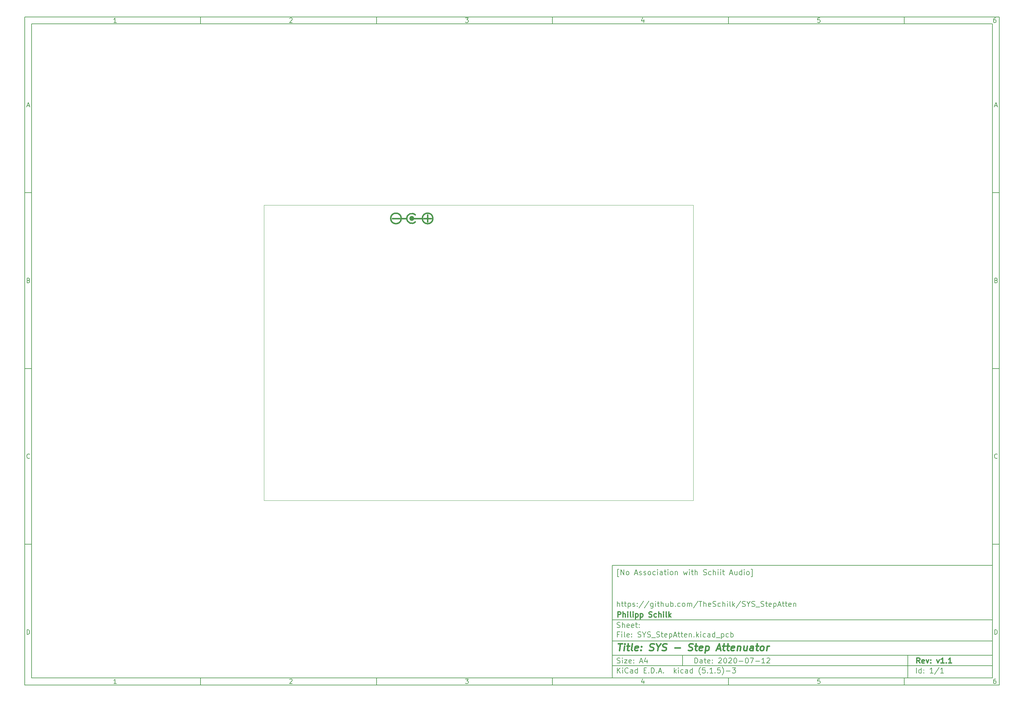
<source format=gbr>
G04 #@! TF.GenerationSoftware,KiCad,Pcbnew,(5.1.5)-3*
G04 #@! TF.CreationDate,2020-08-29T21:14:34+02:00*
G04 #@! TF.ProjectId,SYS_StepAtten,5359535f-5374-4657-9041-7474656e2e6b,v1.1*
G04 #@! TF.SameCoordinates,Original*
G04 #@! TF.FileFunction,Legend,Bot*
G04 #@! TF.FilePolarity,Positive*
%FSLAX46Y46*%
G04 Gerber Fmt 4.6, Leading zero omitted, Abs format (unit mm)*
G04 Created by KiCad (PCBNEW (5.1.5)-3) date 2020-08-29 21:14:34*
%MOMM*%
%LPD*%
G04 APERTURE LIST*
%ADD10C,0.100000*%
%ADD11C,0.150000*%
%ADD12C,0.300000*%
%ADD13C,0.400000*%
%ADD14C,0.050000*%
%ADD15C,0.120000*%
G04 APERTURE END LIST*
D10*
D11*
X177002200Y-166007200D02*
X177002200Y-198007200D01*
X285002200Y-198007200D01*
X285002200Y-166007200D01*
X177002200Y-166007200D01*
D10*
D11*
X10000000Y-10000000D02*
X10000000Y-200007200D01*
X287002200Y-200007200D01*
X287002200Y-10000000D01*
X10000000Y-10000000D01*
D10*
D11*
X12000000Y-12000000D02*
X12000000Y-198007200D01*
X285002200Y-198007200D01*
X285002200Y-12000000D01*
X12000000Y-12000000D01*
D10*
D11*
X60000000Y-12000000D02*
X60000000Y-10000000D01*
D10*
D11*
X110000000Y-12000000D02*
X110000000Y-10000000D01*
D10*
D11*
X160000000Y-12000000D02*
X160000000Y-10000000D01*
D10*
D11*
X210000000Y-12000000D02*
X210000000Y-10000000D01*
D10*
D11*
X260000000Y-12000000D02*
X260000000Y-10000000D01*
D10*
D11*
X36065476Y-11588095D02*
X35322619Y-11588095D01*
X35694047Y-11588095D02*
X35694047Y-10288095D01*
X35570238Y-10473809D01*
X35446428Y-10597619D01*
X35322619Y-10659523D01*
D10*
D11*
X85322619Y-10411904D02*
X85384523Y-10350000D01*
X85508333Y-10288095D01*
X85817857Y-10288095D01*
X85941666Y-10350000D01*
X86003571Y-10411904D01*
X86065476Y-10535714D01*
X86065476Y-10659523D01*
X86003571Y-10845238D01*
X85260714Y-11588095D01*
X86065476Y-11588095D01*
D10*
D11*
X135260714Y-10288095D02*
X136065476Y-10288095D01*
X135632142Y-10783333D01*
X135817857Y-10783333D01*
X135941666Y-10845238D01*
X136003571Y-10907142D01*
X136065476Y-11030952D01*
X136065476Y-11340476D01*
X136003571Y-11464285D01*
X135941666Y-11526190D01*
X135817857Y-11588095D01*
X135446428Y-11588095D01*
X135322619Y-11526190D01*
X135260714Y-11464285D01*
D10*
D11*
X185941666Y-10721428D02*
X185941666Y-11588095D01*
X185632142Y-10226190D02*
X185322619Y-11154761D01*
X186127380Y-11154761D01*
D10*
D11*
X236003571Y-10288095D02*
X235384523Y-10288095D01*
X235322619Y-10907142D01*
X235384523Y-10845238D01*
X235508333Y-10783333D01*
X235817857Y-10783333D01*
X235941666Y-10845238D01*
X236003571Y-10907142D01*
X236065476Y-11030952D01*
X236065476Y-11340476D01*
X236003571Y-11464285D01*
X235941666Y-11526190D01*
X235817857Y-11588095D01*
X235508333Y-11588095D01*
X235384523Y-11526190D01*
X235322619Y-11464285D01*
D10*
D11*
X285941666Y-10288095D02*
X285694047Y-10288095D01*
X285570238Y-10350000D01*
X285508333Y-10411904D01*
X285384523Y-10597619D01*
X285322619Y-10845238D01*
X285322619Y-11340476D01*
X285384523Y-11464285D01*
X285446428Y-11526190D01*
X285570238Y-11588095D01*
X285817857Y-11588095D01*
X285941666Y-11526190D01*
X286003571Y-11464285D01*
X286065476Y-11340476D01*
X286065476Y-11030952D01*
X286003571Y-10907142D01*
X285941666Y-10845238D01*
X285817857Y-10783333D01*
X285570238Y-10783333D01*
X285446428Y-10845238D01*
X285384523Y-10907142D01*
X285322619Y-11030952D01*
D10*
D11*
X60000000Y-198007200D02*
X60000000Y-200007200D01*
D10*
D11*
X110000000Y-198007200D02*
X110000000Y-200007200D01*
D10*
D11*
X160000000Y-198007200D02*
X160000000Y-200007200D01*
D10*
D11*
X210000000Y-198007200D02*
X210000000Y-200007200D01*
D10*
D11*
X260000000Y-198007200D02*
X260000000Y-200007200D01*
D10*
D11*
X36065476Y-199595295D02*
X35322619Y-199595295D01*
X35694047Y-199595295D02*
X35694047Y-198295295D01*
X35570238Y-198481009D01*
X35446428Y-198604819D01*
X35322619Y-198666723D01*
D10*
D11*
X85322619Y-198419104D02*
X85384523Y-198357200D01*
X85508333Y-198295295D01*
X85817857Y-198295295D01*
X85941666Y-198357200D01*
X86003571Y-198419104D01*
X86065476Y-198542914D01*
X86065476Y-198666723D01*
X86003571Y-198852438D01*
X85260714Y-199595295D01*
X86065476Y-199595295D01*
D10*
D11*
X135260714Y-198295295D02*
X136065476Y-198295295D01*
X135632142Y-198790533D01*
X135817857Y-198790533D01*
X135941666Y-198852438D01*
X136003571Y-198914342D01*
X136065476Y-199038152D01*
X136065476Y-199347676D01*
X136003571Y-199471485D01*
X135941666Y-199533390D01*
X135817857Y-199595295D01*
X135446428Y-199595295D01*
X135322619Y-199533390D01*
X135260714Y-199471485D01*
D10*
D11*
X185941666Y-198728628D02*
X185941666Y-199595295D01*
X185632142Y-198233390D02*
X185322619Y-199161961D01*
X186127380Y-199161961D01*
D10*
D11*
X236003571Y-198295295D02*
X235384523Y-198295295D01*
X235322619Y-198914342D01*
X235384523Y-198852438D01*
X235508333Y-198790533D01*
X235817857Y-198790533D01*
X235941666Y-198852438D01*
X236003571Y-198914342D01*
X236065476Y-199038152D01*
X236065476Y-199347676D01*
X236003571Y-199471485D01*
X235941666Y-199533390D01*
X235817857Y-199595295D01*
X235508333Y-199595295D01*
X235384523Y-199533390D01*
X235322619Y-199471485D01*
D10*
D11*
X285941666Y-198295295D02*
X285694047Y-198295295D01*
X285570238Y-198357200D01*
X285508333Y-198419104D01*
X285384523Y-198604819D01*
X285322619Y-198852438D01*
X285322619Y-199347676D01*
X285384523Y-199471485D01*
X285446428Y-199533390D01*
X285570238Y-199595295D01*
X285817857Y-199595295D01*
X285941666Y-199533390D01*
X286003571Y-199471485D01*
X286065476Y-199347676D01*
X286065476Y-199038152D01*
X286003571Y-198914342D01*
X285941666Y-198852438D01*
X285817857Y-198790533D01*
X285570238Y-198790533D01*
X285446428Y-198852438D01*
X285384523Y-198914342D01*
X285322619Y-199038152D01*
D10*
D11*
X10000000Y-60000000D02*
X12000000Y-60000000D01*
D10*
D11*
X10000000Y-110000000D02*
X12000000Y-110000000D01*
D10*
D11*
X10000000Y-160000000D02*
X12000000Y-160000000D01*
D10*
D11*
X10690476Y-35216666D02*
X11309523Y-35216666D01*
X10566666Y-35588095D02*
X11000000Y-34288095D01*
X11433333Y-35588095D01*
D10*
D11*
X11092857Y-84907142D02*
X11278571Y-84969047D01*
X11340476Y-85030952D01*
X11402380Y-85154761D01*
X11402380Y-85340476D01*
X11340476Y-85464285D01*
X11278571Y-85526190D01*
X11154761Y-85588095D01*
X10659523Y-85588095D01*
X10659523Y-84288095D01*
X11092857Y-84288095D01*
X11216666Y-84350000D01*
X11278571Y-84411904D01*
X11340476Y-84535714D01*
X11340476Y-84659523D01*
X11278571Y-84783333D01*
X11216666Y-84845238D01*
X11092857Y-84907142D01*
X10659523Y-84907142D01*
D10*
D11*
X11402380Y-135464285D02*
X11340476Y-135526190D01*
X11154761Y-135588095D01*
X11030952Y-135588095D01*
X10845238Y-135526190D01*
X10721428Y-135402380D01*
X10659523Y-135278571D01*
X10597619Y-135030952D01*
X10597619Y-134845238D01*
X10659523Y-134597619D01*
X10721428Y-134473809D01*
X10845238Y-134350000D01*
X11030952Y-134288095D01*
X11154761Y-134288095D01*
X11340476Y-134350000D01*
X11402380Y-134411904D01*
D10*
D11*
X10659523Y-185588095D02*
X10659523Y-184288095D01*
X10969047Y-184288095D01*
X11154761Y-184350000D01*
X11278571Y-184473809D01*
X11340476Y-184597619D01*
X11402380Y-184845238D01*
X11402380Y-185030952D01*
X11340476Y-185278571D01*
X11278571Y-185402380D01*
X11154761Y-185526190D01*
X10969047Y-185588095D01*
X10659523Y-185588095D01*
D10*
D11*
X287002200Y-60000000D02*
X285002200Y-60000000D01*
D10*
D11*
X287002200Y-110000000D02*
X285002200Y-110000000D01*
D10*
D11*
X287002200Y-160000000D02*
X285002200Y-160000000D01*
D10*
D11*
X285692676Y-35216666D02*
X286311723Y-35216666D01*
X285568866Y-35588095D02*
X286002200Y-34288095D01*
X286435533Y-35588095D01*
D10*
D11*
X286095057Y-84907142D02*
X286280771Y-84969047D01*
X286342676Y-85030952D01*
X286404580Y-85154761D01*
X286404580Y-85340476D01*
X286342676Y-85464285D01*
X286280771Y-85526190D01*
X286156961Y-85588095D01*
X285661723Y-85588095D01*
X285661723Y-84288095D01*
X286095057Y-84288095D01*
X286218866Y-84350000D01*
X286280771Y-84411904D01*
X286342676Y-84535714D01*
X286342676Y-84659523D01*
X286280771Y-84783333D01*
X286218866Y-84845238D01*
X286095057Y-84907142D01*
X285661723Y-84907142D01*
D10*
D11*
X286404580Y-135464285D02*
X286342676Y-135526190D01*
X286156961Y-135588095D01*
X286033152Y-135588095D01*
X285847438Y-135526190D01*
X285723628Y-135402380D01*
X285661723Y-135278571D01*
X285599819Y-135030952D01*
X285599819Y-134845238D01*
X285661723Y-134597619D01*
X285723628Y-134473809D01*
X285847438Y-134350000D01*
X286033152Y-134288095D01*
X286156961Y-134288095D01*
X286342676Y-134350000D01*
X286404580Y-134411904D01*
D10*
D11*
X285661723Y-185588095D02*
X285661723Y-184288095D01*
X285971247Y-184288095D01*
X286156961Y-184350000D01*
X286280771Y-184473809D01*
X286342676Y-184597619D01*
X286404580Y-184845238D01*
X286404580Y-185030952D01*
X286342676Y-185278571D01*
X286280771Y-185402380D01*
X286156961Y-185526190D01*
X285971247Y-185588095D01*
X285661723Y-185588095D01*
D10*
D11*
X200434342Y-193785771D02*
X200434342Y-192285771D01*
X200791485Y-192285771D01*
X201005771Y-192357200D01*
X201148628Y-192500057D01*
X201220057Y-192642914D01*
X201291485Y-192928628D01*
X201291485Y-193142914D01*
X201220057Y-193428628D01*
X201148628Y-193571485D01*
X201005771Y-193714342D01*
X200791485Y-193785771D01*
X200434342Y-193785771D01*
X202577200Y-193785771D02*
X202577200Y-193000057D01*
X202505771Y-192857200D01*
X202362914Y-192785771D01*
X202077200Y-192785771D01*
X201934342Y-192857200D01*
X202577200Y-193714342D02*
X202434342Y-193785771D01*
X202077200Y-193785771D01*
X201934342Y-193714342D01*
X201862914Y-193571485D01*
X201862914Y-193428628D01*
X201934342Y-193285771D01*
X202077200Y-193214342D01*
X202434342Y-193214342D01*
X202577200Y-193142914D01*
X203077200Y-192785771D02*
X203648628Y-192785771D01*
X203291485Y-192285771D02*
X203291485Y-193571485D01*
X203362914Y-193714342D01*
X203505771Y-193785771D01*
X203648628Y-193785771D01*
X204720057Y-193714342D02*
X204577200Y-193785771D01*
X204291485Y-193785771D01*
X204148628Y-193714342D01*
X204077200Y-193571485D01*
X204077200Y-193000057D01*
X204148628Y-192857200D01*
X204291485Y-192785771D01*
X204577200Y-192785771D01*
X204720057Y-192857200D01*
X204791485Y-193000057D01*
X204791485Y-193142914D01*
X204077200Y-193285771D01*
X205434342Y-193642914D02*
X205505771Y-193714342D01*
X205434342Y-193785771D01*
X205362914Y-193714342D01*
X205434342Y-193642914D01*
X205434342Y-193785771D01*
X205434342Y-192857200D02*
X205505771Y-192928628D01*
X205434342Y-193000057D01*
X205362914Y-192928628D01*
X205434342Y-192857200D01*
X205434342Y-193000057D01*
X207220057Y-192428628D02*
X207291485Y-192357200D01*
X207434342Y-192285771D01*
X207791485Y-192285771D01*
X207934342Y-192357200D01*
X208005771Y-192428628D01*
X208077200Y-192571485D01*
X208077200Y-192714342D01*
X208005771Y-192928628D01*
X207148628Y-193785771D01*
X208077200Y-193785771D01*
X209005771Y-192285771D02*
X209148628Y-192285771D01*
X209291485Y-192357200D01*
X209362914Y-192428628D01*
X209434342Y-192571485D01*
X209505771Y-192857200D01*
X209505771Y-193214342D01*
X209434342Y-193500057D01*
X209362914Y-193642914D01*
X209291485Y-193714342D01*
X209148628Y-193785771D01*
X209005771Y-193785771D01*
X208862914Y-193714342D01*
X208791485Y-193642914D01*
X208720057Y-193500057D01*
X208648628Y-193214342D01*
X208648628Y-192857200D01*
X208720057Y-192571485D01*
X208791485Y-192428628D01*
X208862914Y-192357200D01*
X209005771Y-192285771D01*
X210077200Y-192428628D02*
X210148628Y-192357200D01*
X210291485Y-192285771D01*
X210648628Y-192285771D01*
X210791485Y-192357200D01*
X210862914Y-192428628D01*
X210934342Y-192571485D01*
X210934342Y-192714342D01*
X210862914Y-192928628D01*
X210005771Y-193785771D01*
X210934342Y-193785771D01*
X211862914Y-192285771D02*
X212005771Y-192285771D01*
X212148628Y-192357200D01*
X212220057Y-192428628D01*
X212291485Y-192571485D01*
X212362914Y-192857200D01*
X212362914Y-193214342D01*
X212291485Y-193500057D01*
X212220057Y-193642914D01*
X212148628Y-193714342D01*
X212005771Y-193785771D01*
X211862914Y-193785771D01*
X211720057Y-193714342D01*
X211648628Y-193642914D01*
X211577200Y-193500057D01*
X211505771Y-193214342D01*
X211505771Y-192857200D01*
X211577200Y-192571485D01*
X211648628Y-192428628D01*
X211720057Y-192357200D01*
X211862914Y-192285771D01*
X213005771Y-193214342D02*
X214148628Y-193214342D01*
X215148628Y-192285771D02*
X215291485Y-192285771D01*
X215434342Y-192357200D01*
X215505771Y-192428628D01*
X215577200Y-192571485D01*
X215648628Y-192857200D01*
X215648628Y-193214342D01*
X215577200Y-193500057D01*
X215505771Y-193642914D01*
X215434342Y-193714342D01*
X215291485Y-193785771D01*
X215148628Y-193785771D01*
X215005771Y-193714342D01*
X214934342Y-193642914D01*
X214862914Y-193500057D01*
X214791485Y-193214342D01*
X214791485Y-192857200D01*
X214862914Y-192571485D01*
X214934342Y-192428628D01*
X215005771Y-192357200D01*
X215148628Y-192285771D01*
X216148628Y-192285771D02*
X217148628Y-192285771D01*
X216505771Y-193785771D01*
X217720057Y-193214342D02*
X218862914Y-193214342D01*
X220362914Y-193785771D02*
X219505771Y-193785771D01*
X219934342Y-193785771D02*
X219934342Y-192285771D01*
X219791485Y-192500057D01*
X219648628Y-192642914D01*
X219505771Y-192714342D01*
X220934342Y-192428628D02*
X221005771Y-192357200D01*
X221148628Y-192285771D01*
X221505771Y-192285771D01*
X221648628Y-192357200D01*
X221720057Y-192428628D01*
X221791485Y-192571485D01*
X221791485Y-192714342D01*
X221720057Y-192928628D01*
X220862914Y-193785771D01*
X221791485Y-193785771D01*
D10*
D11*
X177002200Y-194507200D02*
X285002200Y-194507200D01*
D10*
D11*
X178434342Y-196585771D02*
X178434342Y-195085771D01*
X179291485Y-196585771D02*
X178648628Y-195728628D01*
X179291485Y-195085771D02*
X178434342Y-195942914D01*
X179934342Y-196585771D02*
X179934342Y-195585771D01*
X179934342Y-195085771D02*
X179862914Y-195157200D01*
X179934342Y-195228628D01*
X180005771Y-195157200D01*
X179934342Y-195085771D01*
X179934342Y-195228628D01*
X181505771Y-196442914D02*
X181434342Y-196514342D01*
X181220057Y-196585771D01*
X181077200Y-196585771D01*
X180862914Y-196514342D01*
X180720057Y-196371485D01*
X180648628Y-196228628D01*
X180577200Y-195942914D01*
X180577200Y-195728628D01*
X180648628Y-195442914D01*
X180720057Y-195300057D01*
X180862914Y-195157200D01*
X181077200Y-195085771D01*
X181220057Y-195085771D01*
X181434342Y-195157200D01*
X181505771Y-195228628D01*
X182791485Y-196585771D02*
X182791485Y-195800057D01*
X182720057Y-195657200D01*
X182577200Y-195585771D01*
X182291485Y-195585771D01*
X182148628Y-195657200D01*
X182791485Y-196514342D02*
X182648628Y-196585771D01*
X182291485Y-196585771D01*
X182148628Y-196514342D01*
X182077200Y-196371485D01*
X182077200Y-196228628D01*
X182148628Y-196085771D01*
X182291485Y-196014342D01*
X182648628Y-196014342D01*
X182791485Y-195942914D01*
X184148628Y-196585771D02*
X184148628Y-195085771D01*
X184148628Y-196514342D02*
X184005771Y-196585771D01*
X183720057Y-196585771D01*
X183577200Y-196514342D01*
X183505771Y-196442914D01*
X183434342Y-196300057D01*
X183434342Y-195871485D01*
X183505771Y-195728628D01*
X183577200Y-195657200D01*
X183720057Y-195585771D01*
X184005771Y-195585771D01*
X184148628Y-195657200D01*
X186005771Y-195800057D02*
X186505771Y-195800057D01*
X186720057Y-196585771D02*
X186005771Y-196585771D01*
X186005771Y-195085771D01*
X186720057Y-195085771D01*
X187362914Y-196442914D02*
X187434342Y-196514342D01*
X187362914Y-196585771D01*
X187291485Y-196514342D01*
X187362914Y-196442914D01*
X187362914Y-196585771D01*
X188077200Y-196585771D02*
X188077200Y-195085771D01*
X188434342Y-195085771D01*
X188648628Y-195157200D01*
X188791485Y-195300057D01*
X188862914Y-195442914D01*
X188934342Y-195728628D01*
X188934342Y-195942914D01*
X188862914Y-196228628D01*
X188791485Y-196371485D01*
X188648628Y-196514342D01*
X188434342Y-196585771D01*
X188077200Y-196585771D01*
X189577200Y-196442914D02*
X189648628Y-196514342D01*
X189577200Y-196585771D01*
X189505771Y-196514342D01*
X189577200Y-196442914D01*
X189577200Y-196585771D01*
X190220057Y-196157200D02*
X190934342Y-196157200D01*
X190077200Y-196585771D02*
X190577200Y-195085771D01*
X191077200Y-196585771D01*
X191577200Y-196442914D02*
X191648628Y-196514342D01*
X191577200Y-196585771D01*
X191505771Y-196514342D01*
X191577200Y-196442914D01*
X191577200Y-196585771D01*
X194577200Y-196585771D02*
X194577200Y-195085771D01*
X194720057Y-196014342D02*
X195148628Y-196585771D01*
X195148628Y-195585771D02*
X194577200Y-196157200D01*
X195791485Y-196585771D02*
X195791485Y-195585771D01*
X195791485Y-195085771D02*
X195720057Y-195157200D01*
X195791485Y-195228628D01*
X195862914Y-195157200D01*
X195791485Y-195085771D01*
X195791485Y-195228628D01*
X197148628Y-196514342D02*
X197005771Y-196585771D01*
X196720057Y-196585771D01*
X196577200Y-196514342D01*
X196505771Y-196442914D01*
X196434342Y-196300057D01*
X196434342Y-195871485D01*
X196505771Y-195728628D01*
X196577200Y-195657200D01*
X196720057Y-195585771D01*
X197005771Y-195585771D01*
X197148628Y-195657200D01*
X198434342Y-196585771D02*
X198434342Y-195800057D01*
X198362914Y-195657200D01*
X198220057Y-195585771D01*
X197934342Y-195585771D01*
X197791485Y-195657200D01*
X198434342Y-196514342D02*
X198291485Y-196585771D01*
X197934342Y-196585771D01*
X197791485Y-196514342D01*
X197720057Y-196371485D01*
X197720057Y-196228628D01*
X197791485Y-196085771D01*
X197934342Y-196014342D01*
X198291485Y-196014342D01*
X198434342Y-195942914D01*
X199791485Y-196585771D02*
X199791485Y-195085771D01*
X199791485Y-196514342D02*
X199648628Y-196585771D01*
X199362914Y-196585771D01*
X199220057Y-196514342D01*
X199148628Y-196442914D01*
X199077200Y-196300057D01*
X199077200Y-195871485D01*
X199148628Y-195728628D01*
X199220057Y-195657200D01*
X199362914Y-195585771D01*
X199648628Y-195585771D01*
X199791485Y-195657200D01*
X202077200Y-197157200D02*
X202005771Y-197085771D01*
X201862914Y-196871485D01*
X201791485Y-196728628D01*
X201720057Y-196514342D01*
X201648628Y-196157200D01*
X201648628Y-195871485D01*
X201720057Y-195514342D01*
X201791485Y-195300057D01*
X201862914Y-195157200D01*
X202005771Y-194942914D01*
X202077200Y-194871485D01*
X203362914Y-195085771D02*
X202648628Y-195085771D01*
X202577200Y-195800057D01*
X202648628Y-195728628D01*
X202791485Y-195657200D01*
X203148628Y-195657200D01*
X203291485Y-195728628D01*
X203362914Y-195800057D01*
X203434342Y-195942914D01*
X203434342Y-196300057D01*
X203362914Y-196442914D01*
X203291485Y-196514342D01*
X203148628Y-196585771D01*
X202791485Y-196585771D01*
X202648628Y-196514342D01*
X202577200Y-196442914D01*
X204077200Y-196442914D02*
X204148628Y-196514342D01*
X204077200Y-196585771D01*
X204005771Y-196514342D01*
X204077200Y-196442914D01*
X204077200Y-196585771D01*
X205577200Y-196585771D02*
X204720057Y-196585771D01*
X205148628Y-196585771D02*
X205148628Y-195085771D01*
X205005771Y-195300057D01*
X204862914Y-195442914D01*
X204720057Y-195514342D01*
X206220057Y-196442914D02*
X206291485Y-196514342D01*
X206220057Y-196585771D01*
X206148628Y-196514342D01*
X206220057Y-196442914D01*
X206220057Y-196585771D01*
X207648628Y-195085771D02*
X206934342Y-195085771D01*
X206862914Y-195800057D01*
X206934342Y-195728628D01*
X207077200Y-195657200D01*
X207434342Y-195657200D01*
X207577200Y-195728628D01*
X207648628Y-195800057D01*
X207720057Y-195942914D01*
X207720057Y-196300057D01*
X207648628Y-196442914D01*
X207577200Y-196514342D01*
X207434342Y-196585771D01*
X207077200Y-196585771D01*
X206934342Y-196514342D01*
X206862914Y-196442914D01*
X208220057Y-197157200D02*
X208291485Y-197085771D01*
X208434342Y-196871485D01*
X208505771Y-196728628D01*
X208577200Y-196514342D01*
X208648628Y-196157200D01*
X208648628Y-195871485D01*
X208577200Y-195514342D01*
X208505771Y-195300057D01*
X208434342Y-195157200D01*
X208291485Y-194942914D01*
X208220057Y-194871485D01*
X209362914Y-196014342D02*
X210505771Y-196014342D01*
X211077200Y-195085771D02*
X212005771Y-195085771D01*
X211505771Y-195657200D01*
X211720057Y-195657200D01*
X211862914Y-195728628D01*
X211934342Y-195800057D01*
X212005771Y-195942914D01*
X212005771Y-196300057D01*
X211934342Y-196442914D01*
X211862914Y-196514342D01*
X211720057Y-196585771D01*
X211291485Y-196585771D01*
X211148628Y-196514342D01*
X211077200Y-196442914D01*
D10*
D11*
X177002200Y-191507200D02*
X285002200Y-191507200D01*
D10*
D12*
X264411485Y-193785771D02*
X263911485Y-193071485D01*
X263554342Y-193785771D02*
X263554342Y-192285771D01*
X264125771Y-192285771D01*
X264268628Y-192357200D01*
X264340057Y-192428628D01*
X264411485Y-192571485D01*
X264411485Y-192785771D01*
X264340057Y-192928628D01*
X264268628Y-193000057D01*
X264125771Y-193071485D01*
X263554342Y-193071485D01*
X265625771Y-193714342D02*
X265482914Y-193785771D01*
X265197200Y-193785771D01*
X265054342Y-193714342D01*
X264982914Y-193571485D01*
X264982914Y-193000057D01*
X265054342Y-192857200D01*
X265197200Y-192785771D01*
X265482914Y-192785771D01*
X265625771Y-192857200D01*
X265697200Y-193000057D01*
X265697200Y-193142914D01*
X264982914Y-193285771D01*
X266197200Y-192785771D02*
X266554342Y-193785771D01*
X266911485Y-192785771D01*
X267482914Y-193642914D02*
X267554342Y-193714342D01*
X267482914Y-193785771D01*
X267411485Y-193714342D01*
X267482914Y-193642914D01*
X267482914Y-193785771D01*
X267482914Y-192857200D02*
X267554342Y-192928628D01*
X267482914Y-193000057D01*
X267411485Y-192928628D01*
X267482914Y-192857200D01*
X267482914Y-193000057D01*
X269197200Y-192785771D02*
X269554342Y-193785771D01*
X269911485Y-192785771D01*
X271268628Y-193785771D02*
X270411485Y-193785771D01*
X270840057Y-193785771D02*
X270840057Y-192285771D01*
X270697200Y-192500057D01*
X270554342Y-192642914D01*
X270411485Y-192714342D01*
X271911485Y-193642914D02*
X271982914Y-193714342D01*
X271911485Y-193785771D01*
X271840057Y-193714342D01*
X271911485Y-193642914D01*
X271911485Y-193785771D01*
X273411485Y-193785771D02*
X272554342Y-193785771D01*
X272982914Y-193785771D02*
X272982914Y-192285771D01*
X272840057Y-192500057D01*
X272697200Y-192642914D01*
X272554342Y-192714342D01*
D10*
D11*
X178362914Y-193714342D02*
X178577200Y-193785771D01*
X178934342Y-193785771D01*
X179077200Y-193714342D01*
X179148628Y-193642914D01*
X179220057Y-193500057D01*
X179220057Y-193357200D01*
X179148628Y-193214342D01*
X179077200Y-193142914D01*
X178934342Y-193071485D01*
X178648628Y-193000057D01*
X178505771Y-192928628D01*
X178434342Y-192857200D01*
X178362914Y-192714342D01*
X178362914Y-192571485D01*
X178434342Y-192428628D01*
X178505771Y-192357200D01*
X178648628Y-192285771D01*
X179005771Y-192285771D01*
X179220057Y-192357200D01*
X179862914Y-193785771D02*
X179862914Y-192785771D01*
X179862914Y-192285771D02*
X179791485Y-192357200D01*
X179862914Y-192428628D01*
X179934342Y-192357200D01*
X179862914Y-192285771D01*
X179862914Y-192428628D01*
X180434342Y-192785771D02*
X181220057Y-192785771D01*
X180434342Y-193785771D01*
X181220057Y-193785771D01*
X182362914Y-193714342D02*
X182220057Y-193785771D01*
X181934342Y-193785771D01*
X181791485Y-193714342D01*
X181720057Y-193571485D01*
X181720057Y-193000057D01*
X181791485Y-192857200D01*
X181934342Y-192785771D01*
X182220057Y-192785771D01*
X182362914Y-192857200D01*
X182434342Y-193000057D01*
X182434342Y-193142914D01*
X181720057Y-193285771D01*
X183077200Y-193642914D02*
X183148628Y-193714342D01*
X183077200Y-193785771D01*
X183005771Y-193714342D01*
X183077200Y-193642914D01*
X183077200Y-193785771D01*
X183077200Y-192857200D02*
X183148628Y-192928628D01*
X183077200Y-193000057D01*
X183005771Y-192928628D01*
X183077200Y-192857200D01*
X183077200Y-193000057D01*
X184862914Y-193357200D02*
X185577200Y-193357200D01*
X184720057Y-193785771D02*
X185220057Y-192285771D01*
X185720057Y-193785771D01*
X186862914Y-192785771D02*
X186862914Y-193785771D01*
X186505771Y-192214342D02*
X186148628Y-193285771D01*
X187077200Y-193285771D01*
D10*
D11*
X263434342Y-196585771D02*
X263434342Y-195085771D01*
X264791485Y-196585771D02*
X264791485Y-195085771D01*
X264791485Y-196514342D02*
X264648628Y-196585771D01*
X264362914Y-196585771D01*
X264220057Y-196514342D01*
X264148628Y-196442914D01*
X264077200Y-196300057D01*
X264077200Y-195871485D01*
X264148628Y-195728628D01*
X264220057Y-195657200D01*
X264362914Y-195585771D01*
X264648628Y-195585771D01*
X264791485Y-195657200D01*
X265505771Y-196442914D02*
X265577200Y-196514342D01*
X265505771Y-196585771D01*
X265434342Y-196514342D01*
X265505771Y-196442914D01*
X265505771Y-196585771D01*
X265505771Y-195657200D02*
X265577200Y-195728628D01*
X265505771Y-195800057D01*
X265434342Y-195728628D01*
X265505771Y-195657200D01*
X265505771Y-195800057D01*
X268148628Y-196585771D02*
X267291485Y-196585771D01*
X267720057Y-196585771D02*
X267720057Y-195085771D01*
X267577200Y-195300057D01*
X267434342Y-195442914D01*
X267291485Y-195514342D01*
X269862914Y-195014342D02*
X268577200Y-196942914D01*
X271148628Y-196585771D02*
X270291485Y-196585771D01*
X270720057Y-196585771D02*
X270720057Y-195085771D01*
X270577200Y-195300057D01*
X270434342Y-195442914D01*
X270291485Y-195514342D01*
D10*
D11*
X177002200Y-187507200D02*
X285002200Y-187507200D01*
D10*
D13*
X178714580Y-188211961D02*
X179857438Y-188211961D01*
X179036009Y-190211961D02*
X179286009Y-188211961D01*
X180274104Y-190211961D02*
X180440771Y-188878628D01*
X180524104Y-188211961D02*
X180416961Y-188307200D01*
X180500295Y-188402438D01*
X180607438Y-188307200D01*
X180524104Y-188211961D01*
X180500295Y-188402438D01*
X181107438Y-188878628D02*
X181869342Y-188878628D01*
X181476485Y-188211961D02*
X181262200Y-189926247D01*
X181333628Y-190116723D01*
X181512200Y-190211961D01*
X181702676Y-190211961D01*
X182655057Y-190211961D02*
X182476485Y-190116723D01*
X182405057Y-189926247D01*
X182619342Y-188211961D01*
X184190771Y-190116723D02*
X183988390Y-190211961D01*
X183607438Y-190211961D01*
X183428866Y-190116723D01*
X183357438Y-189926247D01*
X183452676Y-189164342D01*
X183571723Y-188973866D01*
X183774104Y-188878628D01*
X184155057Y-188878628D01*
X184333628Y-188973866D01*
X184405057Y-189164342D01*
X184381247Y-189354819D01*
X183405057Y-189545295D01*
X185155057Y-190021485D02*
X185238390Y-190116723D01*
X185131247Y-190211961D01*
X185047914Y-190116723D01*
X185155057Y-190021485D01*
X185131247Y-190211961D01*
X185286009Y-188973866D02*
X185369342Y-189069104D01*
X185262200Y-189164342D01*
X185178866Y-189069104D01*
X185286009Y-188973866D01*
X185262200Y-189164342D01*
X187524104Y-190116723D02*
X187797914Y-190211961D01*
X188274104Y-190211961D01*
X188476485Y-190116723D01*
X188583628Y-190021485D01*
X188702676Y-189831009D01*
X188726485Y-189640533D01*
X188655057Y-189450057D01*
X188571723Y-189354819D01*
X188393152Y-189259580D01*
X188024104Y-189164342D01*
X187845533Y-189069104D01*
X187762200Y-188973866D01*
X187690771Y-188783390D01*
X187714580Y-188592914D01*
X187833628Y-188402438D01*
X187940771Y-188307200D01*
X188143152Y-188211961D01*
X188619342Y-188211961D01*
X188893152Y-188307200D01*
X190012200Y-189259580D02*
X189893152Y-190211961D01*
X189476485Y-188211961D02*
X190012200Y-189259580D01*
X190809819Y-188211961D01*
X191143152Y-190116723D02*
X191416961Y-190211961D01*
X191893152Y-190211961D01*
X192095533Y-190116723D01*
X192202676Y-190021485D01*
X192321723Y-189831009D01*
X192345533Y-189640533D01*
X192274104Y-189450057D01*
X192190771Y-189354819D01*
X192012200Y-189259580D01*
X191643152Y-189164342D01*
X191464580Y-189069104D01*
X191381247Y-188973866D01*
X191309819Y-188783390D01*
X191333628Y-188592914D01*
X191452676Y-188402438D01*
X191559819Y-188307200D01*
X191762200Y-188211961D01*
X192238390Y-188211961D01*
X192512200Y-188307200D01*
X194750295Y-189450057D02*
X196274104Y-189450057D01*
X198571723Y-190116723D02*
X198845533Y-190211961D01*
X199321723Y-190211961D01*
X199524104Y-190116723D01*
X199631247Y-190021485D01*
X199750295Y-189831009D01*
X199774104Y-189640533D01*
X199702676Y-189450057D01*
X199619342Y-189354819D01*
X199440771Y-189259580D01*
X199071723Y-189164342D01*
X198893152Y-189069104D01*
X198809819Y-188973866D01*
X198738390Y-188783390D01*
X198762200Y-188592914D01*
X198881247Y-188402438D01*
X198988390Y-188307200D01*
X199190771Y-188211961D01*
X199666961Y-188211961D01*
X199940771Y-188307200D01*
X200440771Y-188878628D02*
X201202676Y-188878628D01*
X200809819Y-188211961D02*
X200595533Y-189926247D01*
X200666961Y-190116723D01*
X200845533Y-190211961D01*
X201036009Y-190211961D01*
X202476485Y-190116723D02*
X202274104Y-190211961D01*
X201893152Y-190211961D01*
X201714580Y-190116723D01*
X201643152Y-189926247D01*
X201738390Y-189164342D01*
X201857438Y-188973866D01*
X202059819Y-188878628D01*
X202440771Y-188878628D01*
X202619342Y-188973866D01*
X202690771Y-189164342D01*
X202666961Y-189354819D01*
X201690771Y-189545295D01*
X203583628Y-188878628D02*
X203333628Y-190878628D01*
X203571723Y-188973866D02*
X203774104Y-188878628D01*
X204155057Y-188878628D01*
X204333628Y-188973866D01*
X204416961Y-189069104D01*
X204488390Y-189259580D01*
X204416961Y-189831009D01*
X204297914Y-190021485D01*
X204190771Y-190116723D01*
X203988390Y-190211961D01*
X203607438Y-190211961D01*
X203428866Y-190116723D01*
X206726485Y-189640533D02*
X207678866Y-189640533D01*
X206464580Y-190211961D02*
X207381247Y-188211961D01*
X207797914Y-190211961D01*
X208345533Y-188878628D02*
X209107438Y-188878628D01*
X208714580Y-188211961D02*
X208500295Y-189926247D01*
X208571723Y-190116723D01*
X208750295Y-190211961D01*
X208940771Y-190211961D01*
X209488390Y-188878628D02*
X210250295Y-188878628D01*
X209857438Y-188211961D02*
X209643152Y-189926247D01*
X209714580Y-190116723D01*
X209893152Y-190211961D01*
X210083628Y-190211961D01*
X211524104Y-190116723D02*
X211321723Y-190211961D01*
X210940771Y-190211961D01*
X210762200Y-190116723D01*
X210690771Y-189926247D01*
X210786009Y-189164342D01*
X210905057Y-188973866D01*
X211107438Y-188878628D01*
X211488390Y-188878628D01*
X211666961Y-188973866D01*
X211738390Y-189164342D01*
X211714580Y-189354819D01*
X210738390Y-189545295D01*
X212631247Y-188878628D02*
X212464580Y-190211961D01*
X212607438Y-189069104D02*
X212714580Y-188973866D01*
X212916961Y-188878628D01*
X213202676Y-188878628D01*
X213381247Y-188973866D01*
X213452676Y-189164342D01*
X213321723Y-190211961D01*
X215297914Y-188878628D02*
X215131247Y-190211961D01*
X214440771Y-188878628D02*
X214309819Y-189926247D01*
X214381247Y-190116723D01*
X214559819Y-190211961D01*
X214845533Y-190211961D01*
X215047914Y-190116723D01*
X215155057Y-190021485D01*
X216940771Y-190211961D02*
X217071723Y-189164342D01*
X217000295Y-188973866D01*
X216821723Y-188878628D01*
X216440771Y-188878628D01*
X216238390Y-188973866D01*
X216952676Y-190116723D02*
X216750295Y-190211961D01*
X216274104Y-190211961D01*
X216095533Y-190116723D01*
X216024104Y-189926247D01*
X216047914Y-189735771D01*
X216166961Y-189545295D01*
X216369342Y-189450057D01*
X216845533Y-189450057D01*
X217047914Y-189354819D01*
X217774104Y-188878628D02*
X218536009Y-188878628D01*
X218143152Y-188211961D02*
X217928866Y-189926247D01*
X218000295Y-190116723D01*
X218178866Y-190211961D01*
X218369342Y-190211961D01*
X219321723Y-190211961D02*
X219143152Y-190116723D01*
X219059819Y-190021485D01*
X218988390Y-189831009D01*
X219059819Y-189259580D01*
X219178866Y-189069104D01*
X219286009Y-188973866D01*
X219488390Y-188878628D01*
X219774104Y-188878628D01*
X219952676Y-188973866D01*
X220036009Y-189069104D01*
X220107438Y-189259580D01*
X220036009Y-189831009D01*
X219916961Y-190021485D01*
X219809819Y-190116723D01*
X219607438Y-190211961D01*
X219321723Y-190211961D01*
X220845533Y-190211961D02*
X221012199Y-188878628D01*
X220964580Y-189259580D02*
X221083628Y-189069104D01*
X221190771Y-188973866D01*
X221393152Y-188878628D01*
X221583628Y-188878628D01*
D10*
D11*
X178934342Y-185600057D02*
X178434342Y-185600057D01*
X178434342Y-186385771D02*
X178434342Y-184885771D01*
X179148628Y-184885771D01*
X179720057Y-186385771D02*
X179720057Y-185385771D01*
X179720057Y-184885771D02*
X179648628Y-184957200D01*
X179720057Y-185028628D01*
X179791485Y-184957200D01*
X179720057Y-184885771D01*
X179720057Y-185028628D01*
X180648628Y-186385771D02*
X180505771Y-186314342D01*
X180434342Y-186171485D01*
X180434342Y-184885771D01*
X181791485Y-186314342D02*
X181648628Y-186385771D01*
X181362914Y-186385771D01*
X181220057Y-186314342D01*
X181148628Y-186171485D01*
X181148628Y-185600057D01*
X181220057Y-185457200D01*
X181362914Y-185385771D01*
X181648628Y-185385771D01*
X181791485Y-185457200D01*
X181862914Y-185600057D01*
X181862914Y-185742914D01*
X181148628Y-185885771D01*
X182505771Y-186242914D02*
X182577200Y-186314342D01*
X182505771Y-186385771D01*
X182434342Y-186314342D01*
X182505771Y-186242914D01*
X182505771Y-186385771D01*
X182505771Y-185457200D02*
X182577200Y-185528628D01*
X182505771Y-185600057D01*
X182434342Y-185528628D01*
X182505771Y-185457200D01*
X182505771Y-185600057D01*
X184291485Y-186314342D02*
X184505771Y-186385771D01*
X184862914Y-186385771D01*
X185005771Y-186314342D01*
X185077200Y-186242914D01*
X185148628Y-186100057D01*
X185148628Y-185957200D01*
X185077200Y-185814342D01*
X185005771Y-185742914D01*
X184862914Y-185671485D01*
X184577200Y-185600057D01*
X184434342Y-185528628D01*
X184362914Y-185457200D01*
X184291485Y-185314342D01*
X184291485Y-185171485D01*
X184362914Y-185028628D01*
X184434342Y-184957200D01*
X184577200Y-184885771D01*
X184934342Y-184885771D01*
X185148628Y-184957200D01*
X186077200Y-185671485D02*
X186077200Y-186385771D01*
X185577200Y-184885771D02*
X186077200Y-185671485D01*
X186577200Y-184885771D01*
X187005771Y-186314342D02*
X187220057Y-186385771D01*
X187577200Y-186385771D01*
X187720057Y-186314342D01*
X187791485Y-186242914D01*
X187862914Y-186100057D01*
X187862914Y-185957200D01*
X187791485Y-185814342D01*
X187720057Y-185742914D01*
X187577200Y-185671485D01*
X187291485Y-185600057D01*
X187148628Y-185528628D01*
X187077200Y-185457200D01*
X187005771Y-185314342D01*
X187005771Y-185171485D01*
X187077200Y-185028628D01*
X187148628Y-184957200D01*
X187291485Y-184885771D01*
X187648628Y-184885771D01*
X187862914Y-184957200D01*
X188148628Y-186528628D02*
X189291485Y-186528628D01*
X189577200Y-186314342D02*
X189791485Y-186385771D01*
X190148628Y-186385771D01*
X190291485Y-186314342D01*
X190362914Y-186242914D01*
X190434342Y-186100057D01*
X190434342Y-185957200D01*
X190362914Y-185814342D01*
X190291485Y-185742914D01*
X190148628Y-185671485D01*
X189862914Y-185600057D01*
X189720057Y-185528628D01*
X189648628Y-185457200D01*
X189577200Y-185314342D01*
X189577200Y-185171485D01*
X189648628Y-185028628D01*
X189720057Y-184957200D01*
X189862914Y-184885771D01*
X190220057Y-184885771D01*
X190434342Y-184957200D01*
X190862914Y-185385771D02*
X191434342Y-185385771D01*
X191077200Y-184885771D02*
X191077200Y-186171485D01*
X191148628Y-186314342D01*
X191291485Y-186385771D01*
X191434342Y-186385771D01*
X192505771Y-186314342D02*
X192362914Y-186385771D01*
X192077200Y-186385771D01*
X191934342Y-186314342D01*
X191862914Y-186171485D01*
X191862914Y-185600057D01*
X191934342Y-185457200D01*
X192077200Y-185385771D01*
X192362914Y-185385771D01*
X192505771Y-185457200D01*
X192577200Y-185600057D01*
X192577200Y-185742914D01*
X191862914Y-185885771D01*
X193220057Y-185385771D02*
X193220057Y-186885771D01*
X193220057Y-185457200D02*
X193362914Y-185385771D01*
X193648628Y-185385771D01*
X193791485Y-185457200D01*
X193862914Y-185528628D01*
X193934342Y-185671485D01*
X193934342Y-186100057D01*
X193862914Y-186242914D01*
X193791485Y-186314342D01*
X193648628Y-186385771D01*
X193362914Y-186385771D01*
X193220057Y-186314342D01*
X194505771Y-185957200D02*
X195220057Y-185957200D01*
X194362914Y-186385771D02*
X194862914Y-184885771D01*
X195362914Y-186385771D01*
X195648628Y-185385771D02*
X196220057Y-185385771D01*
X195862914Y-184885771D02*
X195862914Y-186171485D01*
X195934342Y-186314342D01*
X196077200Y-186385771D01*
X196220057Y-186385771D01*
X196505771Y-185385771D02*
X197077200Y-185385771D01*
X196720057Y-184885771D02*
X196720057Y-186171485D01*
X196791485Y-186314342D01*
X196934342Y-186385771D01*
X197077200Y-186385771D01*
X198148628Y-186314342D02*
X198005771Y-186385771D01*
X197720057Y-186385771D01*
X197577200Y-186314342D01*
X197505771Y-186171485D01*
X197505771Y-185600057D01*
X197577200Y-185457200D01*
X197720057Y-185385771D01*
X198005771Y-185385771D01*
X198148628Y-185457200D01*
X198220057Y-185600057D01*
X198220057Y-185742914D01*
X197505771Y-185885771D01*
X198862914Y-185385771D02*
X198862914Y-186385771D01*
X198862914Y-185528628D02*
X198934342Y-185457200D01*
X199077200Y-185385771D01*
X199291485Y-185385771D01*
X199434342Y-185457200D01*
X199505771Y-185600057D01*
X199505771Y-186385771D01*
X200220057Y-186242914D02*
X200291485Y-186314342D01*
X200220057Y-186385771D01*
X200148628Y-186314342D01*
X200220057Y-186242914D01*
X200220057Y-186385771D01*
X200934342Y-186385771D02*
X200934342Y-184885771D01*
X201077200Y-185814342D02*
X201505771Y-186385771D01*
X201505771Y-185385771D02*
X200934342Y-185957200D01*
X202148628Y-186385771D02*
X202148628Y-185385771D01*
X202148628Y-184885771D02*
X202077200Y-184957200D01*
X202148628Y-185028628D01*
X202220057Y-184957200D01*
X202148628Y-184885771D01*
X202148628Y-185028628D01*
X203505771Y-186314342D02*
X203362914Y-186385771D01*
X203077200Y-186385771D01*
X202934342Y-186314342D01*
X202862914Y-186242914D01*
X202791485Y-186100057D01*
X202791485Y-185671485D01*
X202862914Y-185528628D01*
X202934342Y-185457200D01*
X203077200Y-185385771D01*
X203362914Y-185385771D01*
X203505771Y-185457200D01*
X204791485Y-186385771D02*
X204791485Y-185600057D01*
X204720057Y-185457200D01*
X204577200Y-185385771D01*
X204291485Y-185385771D01*
X204148628Y-185457200D01*
X204791485Y-186314342D02*
X204648628Y-186385771D01*
X204291485Y-186385771D01*
X204148628Y-186314342D01*
X204077200Y-186171485D01*
X204077200Y-186028628D01*
X204148628Y-185885771D01*
X204291485Y-185814342D01*
X204648628Y-185814342D01*
X204791485Y-185742914D01*
X206148628Y-186385771D02*
X206148628Y-184885771D01*
X206148628Y-186314342D02*
X206005771Y-186385771D01*
X205720057Y-186385771D01*
X205577200Y-186314342D01*
X205505771Y-186242914D01*
X205434342Y-186100057D01*
X205434342Y-185671485D01*
X205505771Y-185528628D01*
X205577200Y-185457200D01*
X205720057Y-185385771D01*
X206005771Y-185385771D01*
X206148628Y-185457200D01*
X206505771Y-186528628D02*
X207648628Y-186528628D01*
X208005771Y-185385771D02*
X208005771Y-186885771D01*
X208005771Y-185457200D02*
X208148628Y-185385771D01*
X208434342Y-185385771D01*
X208577200Y-185457200D01*
X208648628Y-185528628D01*
X208720057Y-185671485D01*
X208720057Y-186100057D01*
X208648628Y-186242914D01*
X208577200Y-186314342D01*
X208434342Y-186385771D01*
X208148628Y-186385771D01*
X208005771Y-186314342D01*
X210005771Y-186314342D02*
X209862914Y-186385771D01*
X209577200Y-186385771D01*
X209434342Y-186314342D01*
X209362914Y-186242914D01*
X209291485Y-186100057D01*
X209291485Y-185671485D01*
X209362914Y-185528628D01*
X209434342Y-185457200D01*
X209577200Y-185385771D01*
X209862914Y-185385771D01*
X210005771Y-185457200D01*
X210648628Y-186385771D02*
X210648628Y-184885771D01*
X210648628Y-185457200D02*
X210791485Y-185385771D01*
X211077200Y-185385771D01*
X211220057Y-185457200D01*
X211291485Y-185528628D01*
X211362914Y-185671485D01*
X211362914Y-186100057D01*
X211291485Y-186242914D01*
X211220057Y-186314342D01*
X211077200Y-186385771D01*
X210791485Y-186385771D01*
X210648628Y-186314342D01*
D10*
D11*
X177002200Y-181507200D02*
X285002200Y-181507200D01*
D10*
D11*
X178362914Y-183614342D02*
X178577200Y-183685771D01*
X178934342Y-183685771D01*
X179077200Y-183614342D01*
X179148628Y-183542914D01*
X179220057Y-183400057D01*
X179220057Y-183257200D01*
X179148628Y-183114342D01*
X179077200Y-183042914D01*
X178934342Y-182971485D01*
X178648628Y-182900057D01*
X178505771Y-182828628D01*
X178434342Y-182757200D01*
X178362914Y-182614342D01*
X178362914Y-182471485D01*
X178434342Y-182328628D01*
X178505771Y-182257200D01*
X178648628Y-182185771D01*
X179005771Y-182185771D01*
X179220057Y-182257200D01*
X179862914Y-183685771D02*
X179862914Y-182185771D01*
X180505771Y-183685771D02*
X180505771Y-182900057D01*
X180434342Y-182757200D01*
X180291485Y-182685771D01*
X180077200Y-182685771D01*
X179934342Y-182757200D01*
X179862914Y-182828628D01*
X181791485Y-183614342D02*
X181648628Y-183685771D01*
X181362914Y-183685771D01*
X181220057Y-183614342D01*
X181148628Y-183471485D01*
X181148628Y-182900057D01*
X181220057Y-182757200D01*
X181362914Y-182685771D01*
X181648628Y-182685771D01*
X181791485Y-182757200D01*
X181862914Y-182900057D01*
X181862914Y-183042914D01*
X181148628Y-183185771D01*
X183077200Y-183614342D02*
X182934342Y-183685771D01*
X182648628Y-183685771D01*
X182505771Y-183614342D01*
X182434342Y-183471485D01*
X182434342Y-182900057D01*
X182505771Y-182757200D01*
X182648628Y-182685771D01*
X182934342Y-182685771D01*
X183077200Y-182757200D01*
X183148628Y-182900057D01*
X183148628Y-183042914D01*
X182434342Y-183185771D01*
X183577200Y-182685771D02*
X184148628Y-182685771D01*
X183791485Y-182185771D02*
X183791485Y-183471485D01*
X183862914Y-183614342D01*
X184005771Y-183685771D01*
X184148628Y-183685771D01*
X184648628Y-183542914D02*
X184720057Y-183614342D01*
X184648628Y-183685771D01*
X184577200Y-183614342D01*
X184648628Y-183542914D01*
X184648628Y-183685771D01*
X184648628Y-182757200D02*
X184720057Y-182828628D01*
X184648628Y-182900057D01*
X184577200Y-182828628D01*
X184648628Y-182757200D01*
X184648628Y-182900057D01*
D10*
D12*
X178554342Y-180685771D02*
X178554342Y-179185771D01*
X179125771Y-179185771D01*
X179268628Y-179257200D01*
X179340057Y-179328628D01*
X179411485Y-179471485D01*
X179411485Y-179685771D01*
X179340057Y-179828628D01*
X179268628Y-179900057D01*
X179125771Y-179971485D01*
X178554342Y-179971485D01*
X180054342Y-180685771D02*
X180054342Y-179185771D01*
X180697200Y-180685771D02*
X180697200Y-179900057D01*
X180625771Y-179757200D01*
X180482914Y-179685771D01*
X180268628Y-179685771D01*
X180125771Y-179757200D01*
X180054342Y-179828628D01*
X181411485Y-180685771D02*
X181411485Y-179685771D01*
X181411485Y-179185771D02*
X181340057Y-179257200D01*
X181411485Y-179328628D01*
X181482914Y-179257200D01*
X181411485Y-179185771D01*
X181411485Y-179328628D01*
X182340057Y-180685771D02*
X182197200Y-180614342D01*
X182125771Y-180471485D01*
X182125771Y-179185771D01*
X182911485Y-180685771D02*
X182911485Y-179685771D01*
X182911485Y-179185771D02*
X182840057Y-179257200D01*
X182911485Y-179328628D01*
X182982914Y-179257200D01*
X182911485Y-179185771D01*
X182911485Y-179328628D01*
X183625771Y-179685771D02*
X183625771Y-181185771D01*
X183625771Y-179757200D02*
X183768628Y-179685771D01*
X184054342Y-179685771D01*
X184197200Y-179757200D01*
X184268628Y-179828628D01*
X184340057Y-179971485D01*
X184340057Y-180400057D01*
X184268628Y-180542914D01*
X184197200Y-180614342D01*
X184054342Y-180685771D01*
X183768628Y-180685771D01*
X183625771Y-180614342D01*
X184982914Y-179685771D02*
X184982914Y-181185771D01*
X184982914Y-179757200D02*
X185125771Y-179685771D01*
X185411485Y-179685771D01*
X185554342Y-179757200D01*
X185625771Y-179828628D01*
X185697200Y-179971485D01*
X185697200Y-180400057D01*
X185625771Y-180542914D01*
X185554342Y-180614342D01*
X185411485Y-180685771D01*
X185125771Y-180685771D01*
X184982914Y-180614342D01*
X187411485Y-180614342D02*
X187625771Y-180685771D01*
X187982914Y-180685771D01*
X188125771Y-180614342D01*
X188197200Y-180542914D01*
X188268628Y-180400057D01*
X188268628Y-180257200D01*
X188197200Y-180114342D01*
X188125771Y-180042914D01*
X187982914Y-179971485D01*
X187697200Y-179900057D01*
X187554342Y-179828628D01*
X187482914Y-179757200D01*
X187411485Y-179614342D01*
X187411485Y-179471485D01*
X187482914Y-179328628D01*
X187554342Y-179257200D01*
X187697200Y-179185771D01*
X188054342Y-179185771D01*
X188268628Y-179257200D01*
X189554342Y-180614342D02*
X189411485Y-180685771D01*
X189125771Y-180685771D01*
X188982914Y-180614342D01*
X188911485Y-180542914D01*
X188840057Y-180400057D01*
X188840057Y-179971485D01*
X188911485Y-179828628D01*
X188982914Y-179757200D01*
X189125771Y-179685771D01*
X189411485Y-179685771D01*
X189554342Y-179757200D01*
X190197200Y-180685771D02*
X190197200Y-179185771D01*
X190840057Y-180685771D02*
X190840057Y-179900057D01*
X190768628Y-179757200D01*
X190625771Y-179685771D01*
X190411485Y-179685771D01*
X190268628Y-179757200D01*
X190197200Y-179828628D01*
X191554342Y-180685771D02*
X191554342Y-179685771D01*
X191554342Y-179185771D02*
X191482914Y-179257200D01*
X191554342Y-179328628D01*
X191625771Y-179257200D01*
X191554342Y-179185771D01*
X191554342Y-179328628D01*
X192482914Y-180685771D02*
X192340057Y-180614342D01*
X192268628Y-180471485D01*
X192268628Y-179185771D01*
X193054342Y-180685771D02*
X193054342Y-179185771D01*
X193197200Y-180114342D02*
X193625771Y-180685771D01*
X193625771Y-179685771D02*
X193054342Y-180257200D01*
D10*
D11*
X178434342Y-177685771D02*
X178434342Y-176185771D01*
X179077200Y-177685771D02*
X179077200Y-176900057D01*
X179005771Y-176757200D01*
X178862914Y-176685771D01*
X178648628Y-176685771D01*
X178505771Y-176757200D01*
X178434342Y-176828628D01*
X179577200Y-176685771D02*
X180148628Y-176685771D01*
X179791485Y-176185771D02*
X179791485Y-177471485D01*
X179862914Y-177614342D01*
X180005771Y-177685771D01*
X180148628Y-177685771D01*
X180434342Y-176685771D02*
X181005771Y-176685771D01*
X180648628Y-176185771D02*
X180648628Y-177471485D01*
X180720057Y-177614342D01*
X180862914Y-177685771D01*
X181005771Y-177685771D01*
X181505771Y-176685771D02*
X181505771Y-178185771D01*
X181505771Y-176757200D02*
X181648628Y-176685771D01*
X181934342Y-176685771D01*
X182077200Y-176757200D01*
X182148628Y-176828628D01*
X182220057Y-176971485D01*
X182220057Y-177400057D01*
X182148628Y-177542914D01*
X182077200Y-177614342D01*
X181934342Y-177685771D01*
X181648628Y-177685771D01*
X181505771Y-177614342D01*
X182791485Y-177614342D02*
X182934342Y-177685771D01*
X183220057Y-177685771D01*
X183362914Y-177614342D01*
X183434342Y-177471485D01*
X183434342Y-177400057D01*
X183362914Y-177257200D01*
X183220057Y-177185771D01*
X183005771Y-177185771D01*
X182862914Y-177114342D01*
X182791485Y-176971485D01*
X182791485Y-176900057D01*
X182862914Y-176757200D01*
X183005771Y-176685771D01*
X183220057Y-176685771D01*
X183362914Y-176757200D01*
X184077200Y-177542914D02*
X184148628Y-177614342D01*
X184077200Y-177685771D01*
X184005771Y-177614342D01*
X184077200Y-177542914D01*
X184077200Y-177685771D01*
X184077200Y-176757200D02*
X184148628Y-176828628D01*
X184077200Y-176900057D01*
X184005771Y-176828628D01*
X184077200Y-176757200D01*
X184077200Y-176900057D01*
X185862914Y-176114342D02*
X184577200Y-178042914D01*
X187434342Y-176114342D02*
X186148628Y-178042914D01*
X188577200Y-176685771D02*
X188577200Y-177900057D01*
X188505771Y-178042914D01*
X188434342Y-178114342D01*
X188291485Y-178185771D01*
X188077200Y-178185771D01*
X187934342Y-178114342D01*
X188577200Y-177614342D02*
X188434342Y-177685771D01*
X188148628Y-177685771D01*
X188005771Y-177614342D01*
X187934342Y-177542914D01*
X187862914Y-177400057D01*
X187862914Y-176971485D01*
X187934342Y-176828628D01*
X188005771Y-176757200D01*
X188148628Y-176685771D01*
X188434342Y-176685771D01*
X188577200Y-176757200D01*
X189291485Y-177685771D02*
X189291485Y-176685771D01*
X189291485Y-176185771D02*
X189220057Y-176257200D01*
X189291485Y-176328628D01*
X189362914Y-176257200D01*
X189291485Y-176185771D01*
X189291485Y-176328628D01*
X189791485Y-176685771D02*
X190362914Y-176685771D01*
X190005771Y-176185771D02*
X190005771Y-177471485D01*
X190077200Y-177614342D01*
X190220057Y-177685771D01*
X190362914Y-177685771D01*
X190862914Y-177685771D02*
X190862914Y-176185771D01*
X191505771Y-177685771D02*
X191505771Y-176900057D01*
X191434342Y-176757200D01*
X191291485Y-176685771D01*
X191077200Y-176685771D01*
X190934342Y-176757200D01*
X190862914Y-176828628D01*
X192862914Y-176685771D02*
X192862914Y-177685771D01*
X192220057Y-176685771D02*
X192220057Y-177471485D01*
X192291485Y-177614342D01*
X192434342Y-177685771D01*
X192648628Y-177685771D01*
X192791485Y-177614342D01*
X192862914Y-177542914D01*
X193577200Y-177685771D02*
X193577200Y-176185771D01*
X193577200Y-176757200D02*
X193720057Y-176685771D01*
X194005771Y-176685771D01*
X194148628Y-176757200D01*
X194220057Y-176828628D01*
X194291485Y-176971485D01*
X194291485Y-177400057D01*
X194220057Y-177542914D01*
X194148628Y-177614342D01*
X194005771Y-177685771D01*
X193720057Y-177685771D01*
X193577200Y-177614342D01*
X194934342Y-177542914D02*
X195005771Y-177614342D01*
X194934342Y-177685771D01*
X194862914Y-177614342D01*
X194934342Y-177542914D01*
X194934342Y-177685771D01*
X196291485Y-177614342D02*
X196148628Y-177685771D01*
X195862914Y-177685771D01*
X195720057Y-177614342D01*
X195648628Y-177542914D01*
X195577200Y-177400057D01*
X195577200Y-176971485D01*
X195648628Y-176828628D01*
X195720057Y-176757200D01*
X195862914Y-176685771D01*
X196148628Y-176685771D01*
X196291485Y-176757200D01*
X197148628Y-177685771D02*
X197005771Y-177614342D01*
X196934342Y-177542914D01*
X196862914Y-177400057D01*
X196862914Y-176971485D01*
X196934342Y-176828628D01*
X197005771Y-176757200D01*
X197148628Y-176685771D01*
X197362914Y-176685771D01*
X197505771Y-176757200D01*
X197577200Y-176828628D01*
X197648628Y-176971485D01*
X197648628Y-177400057D01*
X197577200Y-177542914D01*
X197505771Y-177614342D01*
X197362914Y-177685771D01*
X197148628Y-177685771D01*
X198291485Y-177685771D02*
X198291485Y-176685771D01*
X198291485Y-176828628D02*
X198362914Y-176757200D01*
X198505771Y-176685771D01*
X198720057Y-176685771D01*
X198862914Y-176757200D01*
X198934342Y-176900057D01*
X198934342Y-177685771D01*
X198934342Y-176900057D02*
X199005771Y-176757200D01*
X199148628Y-176685771D01*
X199362914Y-176685771D01*
X199505771Y-176757200D01*
X199577200Y-176900057D01*
X199577200Y-177685771D01*
X201362914Y-176114342D02*
X200077200Y-178042914D01*
X201648628Y-176185771D02*
X202505771Y-176185771D01*
X202077200Y-177685771D02*
X202077200Y-176185771D01*
X203005771Y-177685771D02*
X203005771Y-176185771D01*
X203648628Y-177685771D02*
X203648628Y-176900057D01*
X203577200Y-176757200D01*
X203434342Y-176685771D01*
X203220057Y-176685771D01*
X203077200Y-176757200D01*
X203005771Y-176828628D01*
X204934342Y-177614342D02*
X204791485Y-177685771D01*
X204505771Y-177685771D01*
X204362914Y-177614342D01*
X204291485Y-177471485D01*
X204291485Y-176900057D01*
X204362914Y-176757200D01*
X204505771Y-176685771D01*
X204791485Y-176685771D01*
X204934342Y-176757200D01*
X205005771Y-176900057D01*
X205005771Y-177042914D01*
X204291485Y-177185771D01*
X205577200Y-177614342D02*
X205791485Y-177685771D01*
X206148628Y-177685771D01*
X206291485Y-177614342D01*
X206362914Y-177542914D01*
X206434342Y-177400057D01*
X206434342Y-177257200D01*
X206362914Y-177114342D01*
X206291485Y-177042914D01*
X206148628Y-176971485D01*
X205862914Y-176900057D01*
X205720057Y-176828628D01*
X205648628Y-176757200D01*
X205577200Y-176614342D01*
X205577200Y-176471485D01*
X205648628Y-176328628D01*
X205720057Y-176257200D01*
X205862914Y-176185771D01*
X206220057Y-176185771D01*
X206434342Y-176257200D01*
X207720057Y-177614342D02*
X207577200Y-177685771D01*
X207291485Y-177685771D01*
X207148628Y-177614342D01*
X207077200Y-177542914D01*
X207005771Y-177400057D01*
X207005771Y-176971485D01*
X207077200Y-176828628D01*
X207148628Y-176757200D01*
X207291485Y-176685771D01*
X207577200Y-176685771D01*
X207720057Y-176757200D01*
X208362914Y-177685771D02*
X208362914Y-176185771D01*
X209005771Y-177685771D02*
X209005771Y-176900057D01*
X208934342Y-176757200D01*
X208791485Y-176685771D01*
X208577200Y-176685771D01*
X208434342Y-176757200D01*
X208362914Y-176828628D01*
X209720057Y-177685771D02*
X209720057Y-176685771D01*
X209720057Y-176185771D02*
X209648628Y-176257200D01*
X209720057Y-176328628D01*
X209791485Y-176257200D01*
X209720057Y-176185771D01*
X209720057Y-176328628D01*
X210648628Y-177685771D02*
X210505771Y-177614342D01*
X210434342Y-177471485D01*
X210434342Y-176185771D01*
X211220057Y-177685771D02*
X211220057Y-176185771D01*
X211362914Y-177114342D02*
X211791485Y-177685771D01*
X211791485Y-176685771D02*
X211220057Y-177257200D01*
X213505771Y-176114342D02*
X212220057Y-178042914D01*
X213934342Y-177614342D02*
X214148628Y-177685771D01*
X214505771Y-177685771D01*
X214648628Y-177614342D01*
X214720057Y-177542914D01*
X214791485Y-177400057D01*
X214791485Y-177257200D01*
X214720057Y-177114342D01*
X214648628Y-177042914D01*
X214505771Y-176971485D01*
X214220057Y-176900057D01*
X214077200Y-176828628D01*
X214005771Y-176757200D01*
X213934342Y-176614342D01*
X213934342Y-176471485D01*
X214005771Y-176328628D01*
X214077200Y-176257200D01*
X214220057Y-176185771D01*
X214577200Y-176185771D01*
X214791485Y-176257200D01*
X215720057Y-176971485D02*
X215720057Y-177685771D01*
X215220057Y-176185771D02*
X215720057Y-176971485D01*
X216220057Y-176185771D01*
X216648628Y-177614342D02*
X216862914Y-177685771D01*
X217220057Y-177685771D01*
X217362914Y-177614342D01*
X217434342Y-177542914D01*
X217505771Y-177400057D01*
X217505771Y-177257200D01*
X217434342Y-177114342D01*
X217362914Y-177042914D01*
X217220057Y-176971485D01*
X216934342Y-176900057D01*
X216791485Y-176828628D01*
X216720057Y-176757200D01*
X216648628Y-176614342D01*
X216648628Y-176471485D01*
X216720057Y-176328628D01*
X216791485Y-176257200D01*
X216934342Y-176185771D01*
X217291485Y-176185771D01*
X217505771Y-176257200D01*
X217791485Y-177828628D02*
X218934342Y-177828628D01*
X219220057Y-177614342D02*
X219434342Y-177685771D01*
X219791485Y-177685771D01*
X219934342Y-177614342D01*
X220005771Y-177542914D01*
X220077200Y-177400057D01*
X220077200Y-177257200D01*
X220005771Y-177114342D01*
X219934342Y-177042914D01*
X219791485Y-176971485D01*
X219505771Y-176900057D01*
X219362914Y-176828628D01*
X219291485Y-176757200D01*
X219220057Y-176614342D01*
X219220057Y-176471485D01*
X219291485Y-176328628D01*
X219362914Y-176257200D01*
X219505771Y-176185771D01*
X219862914Y-176185771D01*
X220077200Y-176257200D01*
X220505771Y-176685771D02*
X221077200Y-176685771D01*
X220720057Y-176185771D02*
X220720057Y-177471485D01*
X220791485Y-177614342D01*
X220934342Y-177685771D01*
X221077200Y-177685771D01*
X222148628Y-177614342D02*
X222005771Y-177685771D01*
X221720057Y-177685771D01*
X221577200Y-177614342D01*
X221505771Y-177471485D01*
X221505771Y-176900057D01*
X221577200Y-176757200D01*
X221720057Y-176685771D01*
X222005771Y-176685771D01*
X222148628Y-176757200D01*
X222220057Y-176900057D01*
X222220057Y-177042914D01*
X221505771Y-177185771D01*
X222862914Y-176685771D02*
X222862914Y-178185771D01*
X222862914Y-176757200D02*
X223005771Y-176685771D01*
X223291485Y-176685771D01*
X223434342Y-176757200D01*
X223505771Y-176828628D01*
X223577200Y-176971485D01*
X223577200Y-177400057D01*
X223505771Y-177542914D01*
X223434342Y-177614342D01*
X223291485Y-177685771D01*
X223005771Y-177685771D01*
X222862914Y-177614342D01*
X224148628Y-177257200D02*
X224862914Y-177257200D01*
X224005771Y-177685771D02*
X224505771Y-176185771D01*
X225005771Y-177685771D01*
X225291485Y-176685771D02*
X225862914Y-176685771D01*
X225505771Y-176185771D02*
X225505771Y-177471485D01*
X225577200Y-177614342D01*
X225720057Y-177685771D01*
X225862914Y-177685771D01*
X226148628Y-176685771D02*
X226720057Y-176685771D01*
X226362914Y-176185771D02*
X226362914Y-177471485D01*
X226434342Y-177614342D01*
X226577200Y-177685771D01*
X226720057Y-177685771D01*
X227791485Y-177614342D02*
X227648628Y-177685771D01*
X227362914Y-177685771D01*
X227220057Y-177614342D01*
X227148628Y-177471485D01*
X227148628Y-176900057D01*
X227220057Y-176757200D01*
X227362914Y-176685771D01*
X227648628Y-176685771D01*
X227791485Y-176757200D01*
X227862914Y-176900057D01*
X227862914Y-177042914D01*
X227148628Y-177185771D01*
X228505771Y-176685771D02*
X228505771Y-177685771D01*
X228505771Y-176828628D02*
X228577200Y-176757200D01*
X228720057Y-176685771D01*
X228934342Y-176685771D01*
X229077200Y-176757200D01*
X229148628Y-176900057D01*
X229148628Y-177685771D01*
D10*
D11*
X178862914Y-169185771D02*
X178505771Y-169185771D01*
X178505771Y-167042914D01*
X178862914Y-167042914D01*
X179434342Y-168685771D02*
X179434342Y-167185771D01*
X180291485Y-168685771D01*
X180291485Y-167185771D01*
X181220057Y-168685771D02*
X181077200Y-168614342D01*
X181005771Y-168542914D01*
X180934342Y-168400057D01*
X180934342Y-167971485D01*
X181005771Y-167828628D01*
X181077200Y-167757200D01*
X181220057Y-167685771D01*
X181434342Y-167685771D01*
X181577200Y-167757200D01*
X181648628Y-167828628D01*
X181720057Y-167971485D01*
X181720057Y-168400057D01*
X181648628Y-168542914D01*
X181577200Y-168614342D01*
X181434342Y-168685771D01*
X181220057Y-168685771D01*
X183434342Y-168257200D02*
X184148628Y-168257200D01*
X183291485Y-168685771D02*
X183791485Y-167185771D01*
X184291485Y-168685771D01*
X184720057Y-168614342D02*
X184862914Y-168685771D01*
X185148628Y-168685771D01*
X185291485Y-168614342D01*
X185362914Y-168471485D01*
X185362914Y-168400057D01*
X185291485Y-168257200D01*
X185148628Y-168185771D01*
X184934342Y-168185771D01*
X184791485Y-168114342D01*
X184720057Y-167971485D01*
X184720057Y-167900057D01*
X184791485Y-167757200D01*
X184934342Y-167685771D01*
X185148628Y-167685771D01*
X185291485Y-167757200D01*
X185934342Y-168614342D02*
X186077200Y-168685771D01*
X186362914Y-168685771D01*
X186505771Y-168614342D01*
X186577200Y-168471485D01*
X186577200Y-168400057D01*
X186505771Y-168257200D01*
X186362914Y-168185771D01*
X186148628Y-168185771D01*
X186005771Y-168114342D01*
X185934342Y-167971485D01*
X185934342Y-167900057D01*
X186005771Y-167757200D01*
X186148628Y-167685771D01*
X186362914Y-167685771D01*
X186505771Y-167757200D01*
X187434342Y-168685771D02*
X187291485Y-168614342D01*
X187220057Y-168542914D01*
X187148628Y-168400057D01*
X187148628Y-167971485D01*
X187220057Y-167828628D01*
X187291485Y-167757200D01*
X187434342Y-167685771D01*
X187648628Y-167685771D01*
X187791485Y-167757200D01*
X187862914Y-167828628D01*
X187934342Y-167971485D01*
X187934342Y-168400057D01*
X187862914Y-168542914D01*
X187791485Y-168614342D01*
X187648628Y-168685771D01*
X187434342Y-168685771D01*
X189220057Y-168614342D02*
X189077200Y-168685771D01*
X188791485Y-168685771D01*
X188648628Y-168614342D01*
X188577200Y-168542914D01*
X188505771Y-168400057D01*
X188505771Y-167971485D01*
X188577200Y-167828628D01*
X188648628Y-167757200D01*
X188791485Y-167685771D01*
X189077200Y-167685771D01*
X189220057Y-167757200D01*
X189862914Y-168685771D02*
X189862914Y-167685771D01*
X189862914Y-167185771D02*
X189791485Y-167257200D01*
X189862914Y-167328628D01*
X189934342Y-167257200D01*
X189862914Y-167185771D01*
X189862914Y-167328628D01*
X191220057Y-168685771D02*
X191220057Y-167900057D01*
X191148628Y-167757200D01*
X191005771Y-167685771D01*
X190720057Y-167685771D01*
X190577200Y-167757200D01*
X191220057Y-168614342D02*
X191077200Y-168685771D01*
X190720057Y-168685771D01*
X190577200Y-168614342D01*
X190505771Y-168471485D01*
X190505771Y-168328628D01*
X190577200Y-168185771D01*
X190720057Y-168114342D01*
X191077200Y-168114342D01*
X191220057Y-168042914D01*
X191720057Y-167685771D02*
X192291485Y-167685771D01*
X191934342Y-167185771D02*
X191934342Y-168471485D01*
X192005771Y-168614342D01*
X192148628Y-168685771D01*
X192291485Y-168685771D01*
X192791485Y-168685771D02*
X192791485Y-167685771D01*
X192791485Y-167185771D02*
X192720057Y-167257200D01*
X192791485Y-167328628D01*
X192862914Y-167257200D01*
X192791485Y-167185771D01*
X192791485Y-167328628D01*
X193720057Y-168685771D02*
X193577200Y-168614342D01*
X193505771Y-168542914D01*
X193434342Y-168400057D01*
X193434342Y-167971485D01*
X193505771Y-167828628D01*
X193577200Y-167757200D01*
X193720057Y-167685771D01*
X193934342Y-167685771D01*
X194077200Y-167757200D01*
X194148628Y-167828628D01*
X194220057Y-167971485D01*
X194220057Y-168400057D01*
X194148628Y-168542914D01*
X194077200Y-168614342D01*
X193934342Y-168685771D01*
X193720057Y-168685771D01*
X194862914Y-167685771D02*
X194862914Y-168685771D01*
X194862914Y-167828628D02*
X194934342Y-167757200D01*
X195077200Y-167685771D01*
X195291485Y-167685771D01*
X195434342Y-167757200D01*
X195505771Y-167900057D01*
X195505771Y-168685771D01*
X197220057Y-167685771D02*
X197505771Y-168685771D01*
X197791485Y-167971485D01*
X198077200Y-168685771D01*
X198362914Y-167685771D01*
X198934342Y-168685771D02*
X198934342Y-167685771D01*
X198934342Y-167185771D02*
X198862914Y-167257200D01*
X198934342Y-167328628D01*
X199005771Y-167257200D01*
X198934342Y-167185771D01*
X198934342Y-167328628D01*
X199434342Y-167685771D02*
X200005771Y-167685771D01*
X199648628Y-167185771D02*
X199648628Y-168471485D01*
X199720057Y-168614342D01*
X199862914Y-168685771D01*
X200005771Y-168685771D01*
X200505771Y-168685771D02*
X200505771Y-167185771D01*
X201148628Y-168685771D02*
X201148628Y-167900057D01*
X201077200Y-167757200D01*
X200934342Y-167685771D01*
X200720057Y-167685771D01*
X200577200Y-167757200D01*
X200505771Y-167828628D01*
X202934342Y-168614342D02*
X203148628Y-168685771D01*
X203505771Y-168685771D01*
X203648628Y-168614342D01*
X203720057Y-168542914D01*
X203791485Y-168400057D01*
X203791485Y-168257200D01*
X203720057Y-168114342D01*
X203648628Y-168042914D01*
X203505771Y-167971485D01*
X203220057Y-167900057D01*
X203077200Y-167828628D01*
X203005771Y-167757200D01*
X202934342Y-167614342D01*
X202934342Y-167471485D01*
X203005771Y-167328628D01*
X203077200Y-167257200D01*
X203220057Y-167185771D01*
X203577200Y-167185771D01*
X203791485Y-167257200D01*
X205077200Y-168614342D02*
X204934342Y-168685771D01*
X204648628Y-168685771D01*
X204505771Y-168614342D01*
X204434342Y-168542914D01*
X204362914Y-168400057D01*
X204362914Y-167971485D01*
X204434342Y-167828628D01*
X204505771Y-167757200D01*
X204648628Y-167685771D01*
X204934342Y-167685771D01*
X205077200Y-167757200D01*
X205720057Y-168685771D02*
X205720057Y-167185771D01*
X206362914Y-168685771D02*
X206362914Y-167900057D01*
X206291485Y-167757200D01*
X206148628Y-167685771D01*
X205934342Y-167685771D01*
X205791485Y-167757200D01*
X205720057Y-167828628D01*
X207077200Y-168685771D02*
X207077200Y-167685771D01*
X207077200Y-167185771D02*
X207005771Y-167257200D01*
X207077200Y-167328628D01*
X207148628Y-167257200D01*
X207077200Y-167185771D01*
X207077200Y-167328628D01*
X207791485Y-168685771D02*
X207791485Y-167685771D01*
X207791485Y-167185771D02*
X207720057Y-167257200D01*
X207791485Y-167328628D01*
X207862914Y-167257200D01*
X207791485Y-167185771D01*
X207791485Y-167328628D01*
X208291485Y-167685771D02*
X208862914Y-167685771D01*
X208505771Y-167185771D02*
X208505771Y-168471485D01*
X208577200Y-168614342D01*
X208720057Y-168685771D01*
X208862914Y-168685771D01*
X210434342Y-168257200D02*
X211148628Y-168257200D01*
X210291485Y-168685771D02*
X210791485Y-167185771D01*
X211291485Y-168685771D01*
X212434342Y-167685771D02*
X212434342Y-168685771D01*
X211791485Y-167685771D02*
X211791485Y-168471485D01*
X211862914Y-168614342D01*
X212005771Y-168685771D01*
X212220057Y-168685771D01*
X212362914Y-168614342D01*
X212434342Y-168542914D01*
X213791485Y-168685771D02*
X213791485Y-167185771D01*
X213791485Y-168614342D02*
X213648628Y-168685771D01*
X213362914Y-168685771D01*
X213220057Y-168614342D01*
X213148628Y-168542914D01*
X213077200Y-168400057D01*
X213077200Y-167971485D01*
X213148628Y-167828628D01*
X213220057Y-167757200D01*
X213362914Y-167685771D01*
X213648628Y-167685771D01*
X213791485Y-167757200D01*
X214505771Y-168685771D02*
X214505771Y-167685771D01*
X214505771Y-167185771D02*
X214434342Y-167257200D01*
X214505771Y-167328628D01*
X214577200Y-167257200D01*
X214505771Y-167185771D01*
X214505771Y-167328628D01*
X215434342Y-168685771D02*
X215291485Y-168614342D01*
X215220057Y-168542914D01*
X215148628Y-168400057D01*
X215148628Y-167971485D01*
X215220057Y-167828628D01*
X215291485Y-167757200D01*
X215434342Y-167685771D01*
X215648628Y-167685771D01*
X215791485Y-167757200D01*
X215862914Y-167828628D01*
X215934342Y-167971485D01*
X215934342Y-168400057D01*
X215862914Y-168542914D01*
X215791485Y-168614342D01*
X215648628Y-168685771D01*
X215434342Y-168685771D01*
X216434342Y-169185771D02*
X216791485Y-169185771D01*
X216791485Y-167042914D01*
X216434342Y-167042914D01*
D10*
D11*
X197002200Y-191507200D02*
X197002200Y-194507200D01*
D10*
D11*
X261002200Y-191507200D02*
X261002200Y-198007200D01*
D14*
X200000000Y-147500000D02*
X200000000Y-63500000D01*
X200000000Y-63500000D02*
X78000000Y-63500000D01*
X78000000Y-63500000D02*
X78000000Y-147500000D01*
X78000000Y-147500000D02*
X200000000Y-147500000D01*
D10*
G36*
X120515000Y-67310000D02*
G01*
X120015000Y-66810000D01*
X119515000Y-67310000D01*
X120015000Y-67810000D01*
X120515000Y-67310000D01*
G37*
X120515000Y-67310000D02*
X120015000Y-66810000D01*
X119515000Y-67310000D01*
X120015000Y-67810000D01*
X120515000Y-67310000D01*
D13*
X114515000Y-67310000D02*
X116515000Y-67310000D01*
X124515000Y-68310000D02*
X124515000Y-66310000D01*
D15*
X116515000Y-67310000D02*
X115515000Y-67310000D01*
D13*
X123515000Y-67310000D02*
X125515000Y-67310000D01*
X120515000Y-67310000D02*
X123015000Y-67310000D01*
X117015000Y-67310000D02*
X118515000Y-67310000D01*
X117015000Y-67310000D02*
G75*
G03X117015000Y-67310000I-1500000J0D01*
G01*
X126015000Y-67310000D02*
G75*
G03X126015000Y-67310000I-1500000J0D01*
G01*
X121014999Y-66310001D02*
G75*
G03X121014999Y-68309999I-999999J-999999D01*
G01*
X120515000Y-67310000D02*
G75*
G03X120515000Y-67310000I-500000J0D01*
G01*
M02*

</source>
